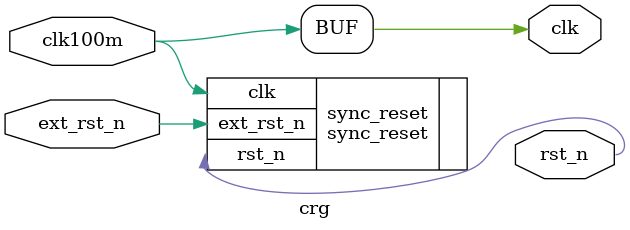
<source format=sv>
/* Clock and reset generator */

module crg
  (input  logic clk100m,
   input  logic ext_rst_n,
   output logic rst_n,
   output logic clk);

/* -----\/----- EXCLUDED -----\/-----
   BUFR
     #(.BUFR_DIVIDE("4"))
   clkdiv
     (.I   (clk100m),
      .O   (clk),
      .CE  (1'b1),
      .CLR (1'b0));
 -----/\----- EXCLUDED -----/\----- */
   assign clk = clk100m;

   sync_reset sync_reset
     (.clk       (clk),
      .ext_rst_n (ext_rst_n),
      .rst_n);
endmodule

</source>
